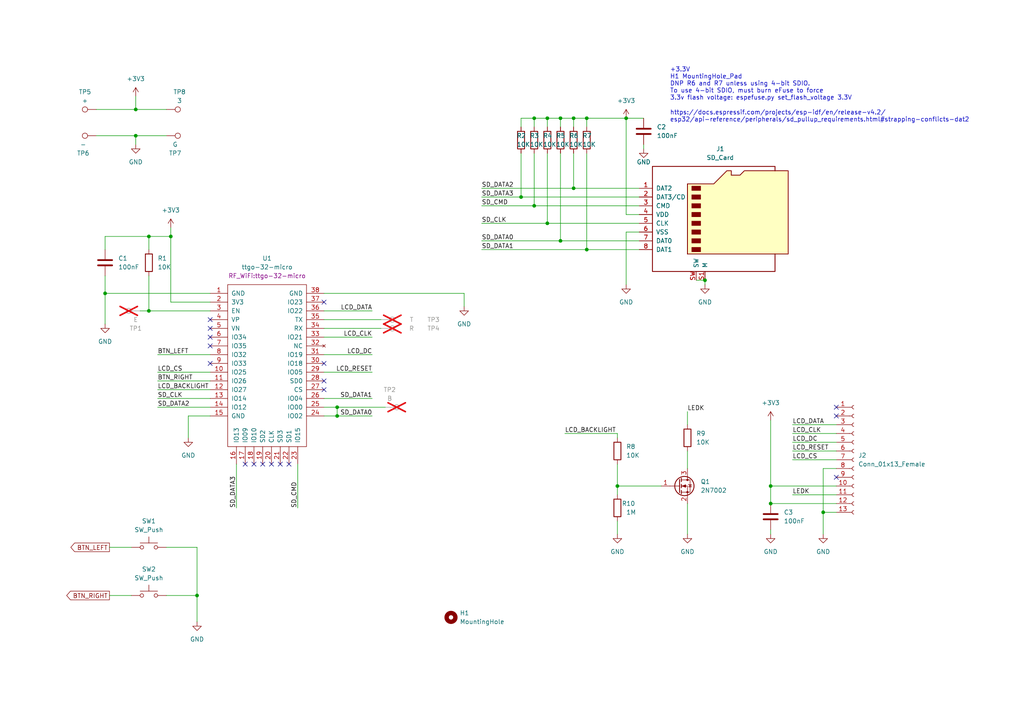
<source format=kicad_sch>
(kicad_sch (version 20230121) (generator eeschema)
  (paper "A4")
  (lib_symbols
    (symbol "Connector:Conn_01x13_Female" (pin_names (offset 1.016) hide)
      (property "Reference" "J" (at 0 17.78 0))
      (property "Value" "Conn_01x13_Female" (at 0 -17.78 0))
      (symbol "Conn_01x13_Female_1_1"
        (arc (start 0 -14.732) (mid -0.5058 -15.24) (end 0 -15.748) (stroke (width 0.1524)))
        (arc (start 0 -12.192) (mid -0.5058 -12.7) (end 0 -13.208) (stroke (width 0.1524)))
        (arc (start 0 -9.652) (mid -0.5058 -10.16) (end 0 -10.668) (stroke (width 0.1524)))
        (arc (start 0 -7.112) (mid -0.5058 -7.62) (end 0 -8.128) (stroke (width 0.1524)))
        (arc (start 0 -4.572) (mid -0.5058 -5.08) (end 0 -5.588) (stroke (width 0.1524)))
        (arc (start 0 -2.032) (mid -0.5058 -2.54) (end 0 -3.048) (stroke (width 0.1524)))
        (polyline (pts (xy -1.27 -15.24) (xy -0.508 -15.24)) (stroke (width 0.1524)))
        (polyline (pts (xy -1.27 -12.7) (xy -0.508 -12.7)) (stroke (width 0.1524)))
        (polyline (pts (xy -1.27 -10.16) (xy -0.508 -10.16)) (stroke (width 0.1524)))
        (polyline (pts (xy -1.27 -7.62) (xy -0.508 -7.62)) (stroke (width 0.1524)))
        (polyline (pts (xy -1.27 -5.08) (xy -0.508 -5.08)) (stroke (width 0.1524)))
        (polyline (pts (xy -1.27 -2.54) (xy -0.508 -2.54)) (stroke (width 0.1524)))
        (polyline (pts (xy -1.27 0) (xy -0.508 0)) (stroke (width 0.1524)))
        (polyline (pts (xy -1.27 2.54) (xy -0.508 2.54)) (stroke (width 0.1524)))
        (polyline (pts (xy -1.27 5.08) (xy -0.508 5.08)) (stroke (width 0.1524)))
        (polyline (pts (xy -1.27 7.62) (xy -0.508 7.62)) (stroke (width 0.1524)))
        (polyline (pts (xy -1.27 10.16) (xy -0.508 10.16)) (stroke (width 0.1524)))
        (polyline (pts (xy -1.27 12.7) (xy -0.508 12.7)) (stroke (width 0.1524)))
        (polyline (pts (xy -1.27 15.24) (xy -0.508 15.24)) (stroke (width 0.1524)))
        (arc (start 0 0.508) (mid -0.5058 0) (end 0 -0.508) (stroke (width 0.1524)))
        (arc (start 0 3.048) (mid -0.5058 2.54) (end 0 2.032) (stroke (width 0.1524)))
        (arc (start 0 5.588) (mid -0.5058 5.08) (end 0 4.572) (stroke (width 0.1524)))
        (arc (start 0 8.128) (mid -0.5058 7.62) (end 0 7.112) (stroke (width 0.1524)))
        (arc (start 0 10.668) (mid -0.5058 10.16) (end 0 9.652) (stroke (width 0.1524)))
        (arc (start 0 13.208) (mid -0.5058 12.7) (end 0 12.192) (stroke (width 0.1524)))
        (arc (start 0 15.748) (mid -0.5058 15.24) (end 0 14.732) (stroke (width 0.1524)))
        (pin passive line (at -5.08 15.24 0) (length 3.81) (name "Pin_1") (number "1"))
        (pin passive line (at -5.08 -7.62 0) (length 3.81) (name "Pin_10") (number "10"))
        (pin passive line (at -5.08 -10.16 0) (length 3.81) (name "Pin_11") (number "11"))
        (pin passive line (at -5.08 -12.7 0) (length 3.81) (name "Pin_12") (number "12"))
        (pin passive line (at -5.08 -15.24 0) (length 3.81) (name "Pin_13") (number "13"))
        (pin passive line (at -5.08 12.7 0) (length 3.81) (name "Pin_2") (number "2"))
        (pin passive line (at -5.08 10.16 0) (length 3.81) (name "Pin_3") (number "3"))
        (pin passive line (at -5.08 7.62 0) (length 3.81) (name "Pin_4") (number "4"))
        (pin passive line (at -5.08 5.08 0) (length 3.81) (name "Pin_5") (number "5"))
        (pin passive line (at -5.08 2.54 0) (length 3.81) (name "Pin_6") (number "6"))
        (pin passive line (at -5.08 0 0) (length 3.81) (name "Pin_7") (number "7"))
        (pin passive line (at -5.08 -2.54 0) (length 3.81) (name "Pin_8") (number "8"))
        (pin passive line (at -5.08 -5.08 0) (length 3.81) (name "Pin_9") (number "9"))
      )
    )
    (symbol "Connector:Micro_SD_Card" (pin_names (offset 1.016))
      (property "Reference" "J" (at -16.51 15.24 0))
      (property "Value" "Micro_SD_Card" (at 16.51 15.24 0))
      (symbol "Micro_SD_Card_0_1"
        (rectangle (start -7.62 -9.525) (end -5.08 -10.795) (fill (type outline)))
        (rectangle (start -7.62 -6.985) (end -5.08 -8.255) (fill (type outline)))
        (rectangle (start -7.62 -4.445) (end -5.08 -5.715) (fill (type outline)))
        (rectangle (start -7.62 -1.905) (end -5.08 -3.175) (fill (type outline)))
        (rectangle (start -7.62 0.635) (end -5.08 -0.635) (fill (type outline)))
        (rectangle (start -7.62 3.175) (end -5.08 1.905) (fill (type outline)))
        (rectangle (start -7.62 5.715) (end -5.08 4.445) (fill (type outline)))
        (rectangle (start -7.62 8.255) (end -5.08 6.985) (fill (type outline)))
        (polyline (pts (xy 16.51 12.7) (xy 16.51 13.97) (xy -19.05 13.97) (xy -19.05 -16.51) (xy 16.51 -16.51) (xy 16.51 -11.43)) (stroke (width 0.254)))
        (polyline (pts (xy -8.89 -11.43) (xy -8.89 8.89) (xy -1.27 8.89) (xy 2.54 12.7) (xy 3.81 12.7) (xy 3.81 11.43) (xy 6.35 11.43) (xy 7.62 12.7) (xy 20.32 12.7) (xy 20.32 -11.43) (xy -8.89 -11.43)) (stroke (width 0.254)) (fill (type background)))
      )
      (symbol "Micro_SD_Card_1_1"
        (pin bidirectional line (at -22.86 7.62 0) (length 3.81) (name "DAT2") (number "1"))
        (pin bidirectional line (at -22.86 5.08 0) (length 3.81) (name "DAT3/CD") (number "2"))
        (pin input line (at -22.86 2.54 0) (length 3.81) (name "CMD") (number "3"))
        (pin power_in line (at -22.86 0 0) (length 3.81) (name "VDD") (number "4"))
        (pin input line (at -22.86 -2.54 0) (length 3.81) (name "CLK") (number "5"))
        (pin power_in line (at -22.86 -5.08 0) (length 3.81) (name "VSS") (number "6"))
        (pin bidirectional line (at -22.86 -7.62 0) (length 3.81) (name "DAT0") (number "7"))
        (pin bidirectional line (at -22.86 -10.16 0) (length 3.81) (name "DAT1") (number "8"))
        (pin passive line (at -3.81 -19.05 90) (length 2.54) (name "M") (number "S1"))
        (pin passive line (at -3.81 -19.05 90) (length 2.54) hide (name "M") (number "S2"))
        (pin passive line (at -3.81 -19.05 90) (length 2.54) hide (name "M") (number "S3"))
        (pin passive line (at -3.81 -19.05 90) (length 2.54) hide (name "M") (number "S4"))
        (pin passive line (at -6.35 -19.05 90) (length 2.54) (name "SW") (number "SW"))
      )
    )
    (symbol "Connector:TestPoint" (pin_numbers hide) (pin_names (offset 0.762) hide)
      (property "Reference" "TP" (at 0 6.858 0))
      (property "Value" "TestPoint" (at 0 5.08 0))
      (symbol "TestPoint_0_1"
        (circle (center 0 3.302) (radius 0.762))
      )
      (symbol "TestPoint_1_1"
        (pin passive line (at 0 0 90) (length 2.54) (name "1") (number "1"))
      )
    )
    (symbol "Device:C" (pin_numbers hide) (pin_names (offset 0.254))
      (property "Reference" "C" (at 0.635 2.54 0))
      (property "Value" "C" (at 0.635 -2.54 0))
      (symbol "C_0_1"
        (polyline (pts (xy -2.032 -0.762) (xy 2.032 -0.762)) (stroke (width 0.508)))
        (polyline (pts (xy -2.032 0.762) (xy 2.032 0.762)) (stroke (width 0.508)))
      )
      (symbol "C_1_1"
        (pin passive line (at 0 3.81 270) (length 2.794) (name "~") (number "1"))
        (pin passive line (at 0 -3.81 90) (length 2.794) (name "~") (number "2"))
      )
    )
    (symbol "Device:R" (pin_numbers hide) (pin_names (offset 0))
      (property "Reference" "R" (at 2.032 0 90))
      (property "Value" "R" (at 0 0 90))
      (symbol "R_0_1"
        (rectangle (start -1.016 -2.54) (end 1.016 2.54) (stroke (width 0.254)))
      )
      (symbol "R_1_1"
        (pin passive line (at 0 3.81 270) (length 1.27) (name "~") (number "1"))
        (pin passive line (at 0 -3.81 90) (length 1.27) (name "~") (number "2"))
      )
    )
    (symbol "MCU_Module:ttgo-32-micro" (pin_names (offset 1.016))
      (property "Reference" "U" (at 1.27 1.27 0))
      (property "Value" "ttgo-32-micro" (at 0 21.59 0))
      (property "Footprint" "RF_WiFi:ttgo-32-micro" (at -10.16 15.24 0))
      (symbol "ttgo-32-micro_0_1"
        (rectangle (start -11.43 20.32) (end 11.43 -26.67))
      )
      (symbol "ttgo-32-micro_1_1"
        (pin power_in line (at -16.51 17.78 0) (length 5.08) (name "GND") (number "1"))
        (pin bidirectional line (at -16.51 -5.08 0) (length 5.08) (name "IO25") (number "10"))
        (pin bidirectional line (at -16.51 -7.62 0) (length 5.08) (name "IO26") (number "11"))
        (pin bidirectional line (at -16.51 -10.16 0) (length 5.08) (name "IO27") (number "12"))
        (pin bidirectional line (at -16.51 -12.7 0) (length 5.08) (name "IO14") (number "13"))
        (pin bidirectional line (at -16.51 -15.24 0) (length 5.08) (name "IO12") (number "14"))
        (pin power_in line (at -16.51 -17.78 0) (length 5.08) (name "GND") (number "15"))
        (pin bidirectional line (at -8.89 -31.75 90) (length 5.08) (name "IO13") (number "16"))
        (pin bidirectional line (at -6.35 -31.75 90) (length 5.08) (name "IO09") (number "17"))
        (pin bidirectional line (at -3.81 -31.75 90) (length 5.08) (name "IO10") (number "18"))
        (pin bidirectional line (at -1.27 -31.75 90) (length 5.08) (name "SD2") (number "19"))
        (pin power_in line (at -16.51 15.24 0) (length 5.08) (name "3V3") (number "2"))
        (pin bidirectional line (at 1.27 -31.75 90) (length 5.08) (name "CLK") (number "20"))
        (pin bidirectional line (at 3.81 -31.75 90) (length 5.08) (name "SD3") (number "21"))
        (pin bidirectional line (at 6.35 -31.75 90) (length 5.08) (name "SD1") (number "22"))
        (pin bidirectional line (at 8.89 -31.75 90) (length 5.08) (name "IO15") (number "23"))
        (pin bidirectional line (at 16.51 -17.78 180) (length 5.08) (name "IO02") (number "24"))
        (pin bidirectional line (at 16.51 -15.24 180) (length 5.08) (name "IO00") (number "25"))
        (pin bidirectional line (at 16.51 -12.7 180) (length 5.08) (name "IO04") (number "26"))
        (pin bidirectional line (at 16.51 -10.16 180) (length 5.08) (name "CS") (number "27"))
        (pin bidirectional line (at 16.51 -7.62 180) (length 5.08) (name "SD0") (number "28"))
        (pin bidirectional line (at 16.51 -5.08 180) (length 5.08) (name "IO05") (number "29"))
        (pin input line (at -16.51 12.7 0) (length 5.08) (name "EN") (number "3"))
        (pin bidirectional line (at 16.51 -2.54 180) (length 5.08) (name "IO18") (number "30"))
        (pin bidirectional line (at 16.51 0 180) (length 5.08) (name "IO19") (number "31"))
        (pin no_connect line (at 16.51 2.54 180) (length 5.08) (name "NC") (number "32"))
        (pin bidirectional line (at 16.51 5.08 180) (length 5.08) (name "IO21") (number "33"))
        (pin bidirectional line (at 16.51 7.62 180) (length 5.08) (name "RX") (number "34"))
        (pin bidirectional line (at 16.51 10.16 180) (length 5.08) (name "TX") (number "35"))
        (pin bidirectional line (at 16.51 12.7 180) (length 5.08) (name "IO22") (number "36"))
        (pin bidirectional line (at 16.51 15.24 180) (length 5.08) (name "IO23") (number "37"))
        (pin power_in line (at 16.51 17.78 180) (length 5.08) (name "GND") (number "38"))
        (pin bidirectional line (at -16.51 10.16 0) (length 5.08) (name "VP") (number "4"))
        (pin bidirectional line (at -16.51 7.62 0) (length 5.08) (name "VN") (number "5"))
        (pin bidirectional line (at -16.51 5.08 0) (length 5.08) (name "IO34") (number "6"))
        (pin bidirectional line (at -16.51 2.54 0) (length 5.08) (name "IO35") (number "7"))
        (pin bidirectional line (at -16.51 0 0) (length 5.08) (name "IO32") (number "8"))
        (pin bidirectional line (at -16.51 -2.54 0) (length 5.08) (name "IO33") (number "9"))
      )
    )
    (symbol "Mechanical:MountingHole" (pin_names (offset 1.016))
      (property "Reference" "H" (at 0 5.08 0))
      (property "Value" "MountingHole" (at 0 3.175 0))
      (symbol "MountingHole_0_1"
        (circle (center 0 0) (radius 1.27) (stroke (width 1.27)))
      )
    )
    (symbol "Switch:SW_Push" (pin_numbers hide) (pin_names (offset 1.016) hide)
      (property "Reference" "SW" (at 1.27 2.54 0))
      (property "Value" "SW_Push" (at 0 -1.524 0))
      (symbol "SW_Push_0_1"
        (circle (center -2.032 0) (radius 0.508))
        (polyline (pts (xy 0 1.27) (xy 0 3.048)))
        (polyline (pts (xy 2.54 1.27) (xy -2.54 1.27)))
        (circle (center 2.032 0) (radius 0.508))
        (pin passive line (at -5.08 0 0) (length 2.54) (name "1") (number "1"))
        (pin passive line (at 5.08 0 180) (length 2.54) (name "2") (number "2"))
      )
    )
    (symbol "Transistor_FET:2N7002" (pin_names hide)
      (property "Reference" "Q" (at 5.08 1.905 0))
      (property "Value" "2N7002" (at 5.08 0 0))
      (symbol "2N7002_0_1"
        (polyline (pts (xy 0.254 0) (xy -2.54 0)))
        (polyline (pts (xy 0.254 1.905) (xy 0.254 -1.905)) (stroke (width 0.254)))
        (polyline (pts (xy 0.762 -1.27) (xy 0.762 -2.286)) (stroke (width 0.254)))
        (polyline (pts (xy 0.762 0.508) (xy 0.762 -0.508)) (stroke (width 0.254)))
        (polyline (pts (xy 0.762 2.286) (xy 0.762 1.27)) (stroke (width 0.254)))
        (polyline (pts (xy 2.54 2.54) (xy 2.54 1.778)))
        (polyline (pts (xy 2.54 -2.54) (xy 2.54 0) (xy 0.762 0)))
        (polyline (pts (xy 0.762 -1.778) (xy 3.302 -1.778) (xy 3.302 1.778) (xy 0.762 1.778)))
        (polyline (pts (xy 1.016 0) (xy 2.032 0.381) (xy 2.032 -0.381) (xy 1.016 0)) (fill (type outline)))
        (polyline (pts (xy 2.794 0.508) (xy 2.921 0.381) (xy 3.683 0.381) (xy 3.81 0.254)))
        (polyline (pts (xy 3.302 0.381) (xy 2.921 -0.254) (xy 3.683 -0.254) (xy 3.302 0.381)))
        (circle (center 1.651 0) (radius 2.794) (stroke (width 0.254)))
        (circle (center 2.54 -1.778) (radius 0.254) (fill (type outline)))
        (circle (center 2.54 1.778) (radius 0.254) (fill (type outline)))
      )
      (symbol "2N7002_1_1"
        (pin input line (at -5.08 0 0) (length 2.54) (name "G") (number "1"))
        (pin passive line (at 2.54 -5.08 90) (length 2.54) (name "S") (number "2"))
        (pin passive line (at 2.54 5.08 270) (length 2.54) (name "D") (number "3"))
      )
    )
    (symbol "power:+3V3" (power) (pin_names (offset 0))
      (property "Value" "+3V3" (at 0 3.556 0))
      (symbol "+3V3_0_1"
        (polyline (pts (xy -0.762 1.27) (xy 0 2.54)))
        (polyline (pts (xy 0 0) (xy 0 2.54)))
        (polyline (pts (xy 0 2.54) (xy 0.762 1.27)))
      )
      (symbol "+3V3_1_1"
        (pin power_in line (at 0 0 90) (length 0) hide (name "+3V3") (number "1"))
      )
    )
    (symbol "power:GND" (power) (pin_names (offset 0))
      (property "Value" "GND" (at 0 -3.81 0))
      (symbol "GND_0_1"
        (polyline (pts (xy 0 0) (xy 0 -1.27) (xy 1.27 -1.27) (xy 0 -2.54) (xy -1.27 -1.27) (xy 0 -1.27)))
      )
      (symbol "GND_1_1"
        (pin power_in line (at 0 0 270) (length 0) hide (name "GND") (number "1"))
      )
    )
  )
  (junction (at 30.48 85.09))
  (junction (at 223.52 140.97))
  (junction (at 170.18 34.29))
  (junction (at 162.56 69.85))
  (junction (at 57.15 172.72))
  (junction (at 223.52 146.05))
  (junction (at 154.94 59.69))
  (junction (at 158.75 64.77))
  (junction (at 97.79 118.11))
  (junction (at 166.37 54.61))
  (junction (at 49.53 68.58))
  (junction (at 158.75 34.29))
  (junction (at 39.37 31.75))
  (junction (at 179.07 140.97))
  (junction (at 97.79 120.65))
  (junction (at 39.37 39.37))
  (junction (at 166.37 34.29))
  (junction (at 238.76 148.59))
  (junction (at 181.61 34.29))
  (junction (at 204.47 81.28))
  (junction (at 43.18 68.58))
  (junction (at 162.56 34.29))
  (junction (at 43.18 90.17))
  (junction (at 151.13 57.15))
  (junction (at 170.18 72.39))
  (junction (at 154.94 34.29))
  (no_connect (at 242.57 118.11))
  (no_connect (at 76.2 134.62))
  (no_connect (at 242.57 138.43))
  (no_connect (at 60.96 92.71))
  (no_connect (at 71.12 134.62))
  (no_connect (at 60.96 105.41))
  (no_connect (at 83.82 134.62))
  (no_connect (at 60.96 95.25))
  (no_connect (at 73.66 134.62))
  (no_connect (at 242.57 120.65))
  (no_connect (at 93.98 87.63))
  (no_connect (at 93.98 113.03))
  (no_connect (at 93.98 105.41))
  (no_connect (at 60.96 100.33))
  (no_connect (at 93.98 110.49))
  (no_connect (at 78.74 134.62))
  (no_connect (at 81.28 134.62))
  (no_connect (at 60.96 97.79))
  (wire (pts (xy 229.87 130.81) (xy 242.57 130.81)))
  (wire (pts (xy 201.93 81.28) (xy 204.47 81.28)))
  (wire (pts (xy 139.7 72.39) (xy 170.18 72.39)))
  (wire (pts (xy 43.18 72.39) (xy 43.18 68.58)))
  (wire (pts (xy 151.13 57.15) (xy 185.42 57.15)))
  (wire (pts (xy 223.52 140.97) (xy 242.57 140.97)))
  (wire (pts (xy 158.75 34.29) (xy 162.56 34.29)))
  (wire (pts (xy 185.42 67.31) (xy 181.61 67.31)))
  (wire (pts (xy 181.61 62.23) (xy 185.42 62.23)))
  (wire (pts (xy 162.56 44.45) (xy 162.56 69.85)))
  (wire (pts (xy 181.61 67.31) (xy 181.61 82.55)))
  (wire (pts (xy 238.76 148.59) (xy 242.57 148.59)))
  (wire (pts (xy 57.15 158.75) (xy 57.15 172.72)))
  (wire (pts (xy 166.37 44.45) (xy 166.37 54.61)))
  (wire (pts (xy 93.98 102.87) (xy 107.95 102.87)))
  (wire (pts (xy 45.72 113.03) (xy 60.96 113.03)))
  (wire (pts (xy 30.48 85.09) (xy 30.48 80.01)))
  (wire (pts (xy 179.07 151.13) (xy 179.07 154.94)))
  (wire (pts (xy 186.69 34.29) (xy 181.61 34.29)))
  (wire (pts (xy 170.18 34.29) (xy 170.18 36.83)))
  (wire (pts (xy 93.98 92.71) (xy 110.49 92.71)))
  (wire (pts (xy 158.75 34.29) (xy 158.75 36.83)))
  (wire (pts (xy 229.87 128.27) (xy 242.57 128.27)))
  (wire (pts (xy 154.94 59.69) (xy 185.42 59.69)))
  (wire (pts (xy 27.94 39.37) (xy 39.37 39.37)))
  (wire (pts (xy 162.56 34.29) (xy 162.56 36.83)))
  (wire (pts (xy 30.48 68.58) (xy 43.18 68.58)))
  (wire (pts (xy 154.94 44.45) (xy 154.94 59.69)))
  (wire (pts (xy 49.53 87.63) (xy 60.96 87.63)))
  (wire (pts (xy 139.7 69.85) (xy 162.56 69.85)))
  (wire (pts (xy 43.18 80.01) (xy 43.18 90.17)))
  (wire (pts (xy 139.7 57.15) (xy 151.13 57.15)))
  (wire (pts (xy 43.18 68.58) (xy 49.53 68.58)))
  (wire (pts (xy 31.75 172.72) (xy 38.1 172.72)))
  (wire (pts (xy 86.36 134.62) (xy 86.36 147.32)))
  (wire (pts (xy 170.18 44.45) (xy 170.18 72.39)))
  (wire (pts (xy 30.48 93.98) (xy 30.48 85.09)))
  (wire (pts (xy 162.56 69.85) (xy 185.42 69.85)))
  (wire (pts (xy 179.07 125.73) (xy 179.07 127)))
  (wire (pts (xy 45.72 110.49) (xy 60.96 110.49)))
  (wire (pts (xy 27.94 31.75) (xy 39.37 31.75)))
  (wire (pts (xy 48.26 158.75) (xy 57.15 158.75)))
  (wire (pts (xy 43.18 90.17) (xy 60.96 90.17)))
  (wire (pts (xy 45.72 118.11) (xy 60.96 118.11)))
  (wire (pts (xy 45.72 107.95) (xy 60.96 107.95)))
  (wire (pts (xy 199.39 130.81) (xy 199.39 135.89)))
  (wire (pts (xy 39.37 27.94) (xy 39.37 31.75)))
  (wire (pts (xy 229.87 133.35) (xy 242.57 133.35)))
  (wire (pts (xy 158.75 44.45) (xy 158.75 64.77)))
  (wire (pts (xy 93.98 95.25) (xy 110.49 95.25)))
  (wire (pts (xy 45.72 115.57) (xy 60.96 115.57)))
  (wire (pts (xy 134.62 85.09) (xy 93.98 85.09)))
  (wire (pts (xy 40.64 90.17) (xy 43.18 90.17)))
  (wire (pts (xy 49.53 68.58) (xy 49.53 87.63)))
  (wire (pts (xy 93.98 90.17) (xy 107.95 90.17)))
  (wire (pts (xy 93.98 118.11) (xy 97.79 118.11)))
  (wire (pts (xy 39.37 39.37) (xy 48.26 39.37)))
  (wire (pts (xy 49.53 66.04) (xy 49.53 68.58)))
  (wire (pts (xy 229.87 143.51) (xy 242.57 143.51)))
  (wire (pts (xy 166.37 34.29) (xy 166.37 36.83)))
  (wire (pts (xy 223.52 153.67) (xy 223.52 154.94)))
  (wire (pts (xy 163.83 125.73) (xy 179.07 125.73)))
  (wire (pts (xy 179.07 140.97) (xy 179.07 143.51)))
  (wire (pts (xy 31.75 158.75) (xy 38.1 158.75)))
  (wire (pts (xy 229.87 125.73) (xy 242.57 125.73)))
  (wire (pts (xy 154.94 34.29) (xy 158.75 34.29)))
  (wire (pts (xy 68.58 134.62) (xy 68.58 147.32)))
  (wire (pts (xy 199.39 119.38) (xy 199.39 123.19)))
  (wire (pts (xy 39.37 31.75) (xy 48.26 31.75)))
  (wire (pts (xy 151.13 34.29) (xy 154.94 34.29)))
  (wire (pts (xy 139.7 64.77) (xy 158.75 64.77)))
  (wire (pts (xy 57.15 172.72) (xy 48.26 172.72)))
  (wire (pts (xy 238.76 148.59) (xy 238.76 154.94)))
  (wire (pts (xy 204.47 81.28) (xy 204.47 82.55)))
  (wire (pts (xy 151.13 36.83) (xy 151.13 34.29)))
  (wire (pts (xy 39.37 39.37) (xy 39.37 41.91)))
  (wire (pts (xy 179.07 140.97) (xy 179.07 134.62)))
  (wire (pts (xy 181.61 34.29) (xy 181.61 62.23)))
  (wire (pts (xy 93.98 115.57) (xy 107.95 115.57)))
  (wire (pts (xy 242.57 146.05) (xy 223.52 146.05)))
  (wire (pts (xy 166.37 54.61) (xy 185.42 54.61)))
  (wire (pts (xy 93.98 107.95) (xy 107.95 107.95)))
  (wire (pts (xy 139.7 54.61) (xy 166.37 54.61)))
  (wire (pts (xy 97.79 120.65) (xy 107.95 120.65)))
  (wire (pts (xy 54.61 127) (xy 54.61 120.65)))
  (wire (pts (xy 229.87 123.19) (xy 242.57 123.19)))
  (wire (pts (xy 242.57 135.89) (xy 238.76 135.89)))
  (wire (pts (xy 57.15 180.34) (xy 57.15 172.72)))
  (wire (pts (xy 186.69 41.91) (xy 186.69 43.18)))
  (wire (pts (xy 166.37 34.29) (xy 170.18 34.29)))
  (wire (pts (xy 151.13 44.45) (xy 151.13 57.15)))
  (wire (pts (xy 223.52 121.92) (xy 223.52 140.97)))
  (wire (pts (xy 154.94 34.29) (xy 154.94 36.83)))
  (wire (pts (xy 158.75 64.77) (xy 185.42 64.77)))
  (wire (pts (xy 238.76 135.89) (xy 238.76 148.59)))
  (wire (pts (xy 54.61 120.65) (xy 60.96 120.65)))
  (wire (pts (xy 139.7 59.69) (xy 154.94 59.69)))
  (wire (pts (xy 170.18 72.39) (xy 185.42 72.39)))
  (wire (pts (xy 199.39 146.05) (xy 199.39 154.94)))
  (wire (pts (xy 170.18 34.29) (xy 181.61 34.29)))
  (wire (pts (xy 162.56 34.29) (xy 166.37 34.29)))
  (wire (pts (xy 134.62 88.9) (xy 134.62 85.09)))
  (wire (pts (xy 97.79 118.11) (xy 97.79 120.65)))
  (wire (pts (xy 30.48 85.09) (xy 60.96 85.09)))
  (wire (pts (xy 223.52 146.05) (xy 223.52 140.97)))
  (wire (pts (xy 45.72 102.87) (xy 60.96 102.87)))
  (wire (pts (xy 97.79 118.11) (xy 111.76 118.11)))
  (wire (pts (xy 30.48 72.39) (xy 30.48 68.58)))
  (wire (pts (xy 191.77 140.97) (xy 179.07 140.97)))
  (wire (pts (xy 93.98 120.65) (xy 97.79 120.65)))
  (wire (pts (xy 93.98 97.79) (xy 107.95 97.79)))
  (text "\nhttps://docs.espressif.com/projects/esp-idf/en/release-v4.2/ \nesp32/api-reference/peripherals/sd_pullup_requirements.html#strapping-conflicts-dat2" (at 194.31 35.56 0) (effects (font (size 1.27 1.27)) (justify left bottom)))
  (text "+3.3V\nH1 MountingHole_Pad\nDNP R6 and R7 unless using 4-bit SDIO.\nTo use 4-bit SDIO, must burn eFuse to force\n3.3v flash voltage: espefuse.py set_flash_voltage 3.3V" (at 194.31 29.21 0) (effects (font (size 1.27 1.27)) (justify left bottom)))
  (label "LCD_DC" (at 229.87 128.27 0))
  (label "SD_DATA0" (at 139.7 69.85 0))
  (label "LCD_RESET" (at 107.95 107.95 180))
  (label "LCD_RESET" (at 229.87 130.81 0))
  (label "BTN_LEFT" (at 45.72 102.87 0))
  (label "SD_CMD" (at 86.36 147.32 90))
  (label "SD_CLK" (at 45.72 115.57 0))
  (label "SD_DATA2" (at 139.7 54.61 0))
  (label "SD_CMD" (at 139.7 59.69 0))
  (label "SD_CLK" (at 139.7 64.77 0))
  (label "SD_DATA1" (at 139.7 72.39 0))
  (label "SD_DATA0" (at 107.95 120.65 180))
  (label "SD_DATA3" (at 68.58 147.32 90))
  (label "LCD_CLK" (at 107.95 97.79 180))
  (label "SD_DATA3" (at 139.7 57.15 0))
  (label "LCD_CLK" (at 229.87 125.73 0))
  (label "LCD_DATA" (at 229.87 123.19 0))
  (label "LCD_CS" (at 229.87 133.35 0))
  (label "LCD_DC" (at 107.95 102.87 180))
  (label "LCD_BACKLIGHT" (at 163.83 125.73 0))
  (label "LCD_CS" (at 45.72 107.95 0))
  (label "SD_DATA2" (at 45.72 118.11 0))
  (label "BTN_RIGHT" (at 45.72 110.49 0))
  (label "SD_DATA1" (at 107.95 115.57 180))
  (label "LCD_BACKLIGHT" (at 45.72 113.03 0))
  (label "LEDK" (at 229.87 143.51 0))
  (label "LEDK" (at 199.39 119.38 0))
  (label "LCD_DATA" (at 107.95 90.17 180))
  (global_label "BTN_LEFT" (shape output) (at 31.75 158.75 180) (property "Intersheetrefs" "${INTERSHEET_REFS}" (effects hide)))
  (global_label "BTN_RIGHT" (shape output) (at 31.75 172.72 180) (property "Intersheetrefs" "${INTERSHEET_REFS}" (effects hide)))
  (symbol (lib_id "Connector:TestPoint") (at 48.26 31.75 270) (unit 1)
    (property "Reference" "TP8" (at 52.07 26.67 90))
    (property "Value" "3" (at 52.07 29.21 90))
    (property "Footprint" "TestPoint:TestPoint_Pad_D1.0mm" (effects hide))
  )
  (symbol (lib_id "Switch:SW_Push") (at 43.18 158.75 0) (unit 1)
    (property "Reference" "SW1" (at 43.18 151.13 0))
    (property "Value" "SW_Push" (at 43.18 153.67 0))
    (property "Footprint" "Button_Switch_SMD:SW_SPST_E-switch_ETL3780AF240QG" (effects hide))
  )
  (symbol (lib_id "power:+3V3") (at 39.37 27.94 0) (unit 1)
    (property "Reference" "#PWR015" (effects hide))
    (property "Value" "+3V3" (at 39.37 22.86 0))
  )
  (symbol (lib_id "Connector:TestPoint") (at 40.64 90.17 90) (unit 1) (dnp yes)
    (property "Reference" "TP1" (at 39.37 95.25 90))
    (property "Value" "E" (at 39.37 92.71 90))
    (property "Footprint" "TestPoint:TestPoint_Pad_D1.0mm" (effects hide))
  )
  (symbol (lib_id "power:+3V3") (at 223.52 121.92 0) (unit 1)
    (property "Reference" "#PWR013" (effects hide))
    (property "Value" "+3V3" (at 223.52 116.84 0))
  )
  (symbol (lib_id "Device:R") (at 43.18 76.2 0) (unit 1)
    (property "Reference" "R1" (at 45.72 74.93 0) (effects (justify left)))
    (property "Value" "10K" (at 45.72 77.47 0) (effects (justify left)))
    (property "Footprint" "Resistor_SMD:R_0402_1005Metric" (effects hide))
  )
  (symbol (lib_id "power:GND") (at 39.37 41.91 0) (unit 1)
    (property "Reference" "#PWR016" (effects hide))
    (property "Value" "GND" (at 39.37 46.99 0))
  )
  (symbol (lib_id "Connector:TestPoint") (at 110.49 95.25 270) (unit 1) (dnp yes)
    (property "Reference" "TP4" (at 125.73 95.25 90))
    (property "Value" "R" (at 119.38 95.25 90))
    (property "Footprint" "TestPoint:TestPoint_Pad_D1.0mm" (effects hide))
  )
  (symbol (lib_id "Connector:TestPoint") (at 27.94 31.75 90) (unit 1)
    (property "Reference" "TP5" (at 24.638 26.67 90))
    (property "Value" "+" (at 24.638 29.21 90))
    (property "Footprint" "TestPoint:TestPoint_Pad_D2.0mm" (effects hide))
  )
  (symbol (lib_id "power:GND") (at 199.39 154.94 0) (unit 1)
    (property "Reference" "#PWR09" (effects hide))
    (property "Value" "GND" (at 199.39 160.02 0))
  )
  (symbol (lib_id "Connector:Micro_SD_Card") (at 208.28 62.23 0) (unit 1)
    (property "Reference" "J1" (at 208.915 43.18 0))
    (property "Value" "SD_Card" (at 208.915 45.72 0))
    (property "Footprint" "Connector_Card:microSD_HC_Molex_47352-1001" (effects hide))
    (property "Datasheet" "http://katalog.we-online.de/em/datasheet/693072010801.pdf" (effects hide))
  )
  (symbol (lib_id "power:GND") (at 134.62 88.9 0) (unit 1)
    (property "Reference" "#PWR05" (effects hide))
    (property "Value" "GND" (at 134.62 93.98 0))
  )
  (symbol (lib_id "Connector:Conn_01x13_Female") (at 247.65 133.35 0) (unit 1)
    (property "Reference" "J2" (at 248.92 132.08 0) (effects (justify left)))
    (property "Value" "Conn_01x13_Female" (at 248.92 134.62 0) (effects (justify left)))
    (property "Footprint" "Display:LH114T_IG01" (effects hide))
  )
  (symbol (lib_id "Connector:TestPoint") (at 111.76 118.11 270) (unit 1) (dnp yes)
    (property "Reference" "TP2" (at 113.03 113.03 90))
    (property "Value" "B" (at 113.03 115.57 90))
    (property "Footprint" "TestPoint:TestPoint_Pad_D1.0mm" (effects hide))
  )
  (symbol (lib_id "Device:R") (at 179.07 147.32 0) (unit 1)
    (property "Reference" "R10" (at 180.34 146.05 0) (effects (justify left)))
    (property "Value" "1M" (at 181.61 148.59 0) (effects (justify left)))
    (property "Footprint" "Resistor_SMD:R_0402_1005Metric" (effects hide))
  )
  (symbol (lib_id "power:GND") (at 238.76 154.94 0) (unit 1)
    (property "Reference" "#PWR012" (effects hide))
    (property "Value" "GND" (at 238.76 160.02 0))
  )
  (symbol (lib_id "Device:R") (at 158.75 40.64 0) (unit 1)
    (property "Reference" "R4" (at 157.48 39.37 0) (effects (justify left)))
    (property "Value" "10K" (at 157.48 41.91 0) (effects (justify left)))
    (property "Footprint" "Resistor_SMD:R_0402_1005Metric" (effects hide))
  )
  (symbol (lib_id "Connector:TestPoint") (at 48.26 39.37 270) (unit 1)
    (property "Reference" "TP7" (at 50.8 44.45 90))
    (property "Value" "G" (at 50.8 41.91 90))
    (property "Footprint" "TestPoint:TestPoint_Pad_D1.0mm" (effects hide))
  )
  (symbol (lib_id "power:+3V3") (at 181.61 34.29 0) (unit 1)
    (property "Reference" "#PWR07" (effects hide))
    (property "Value" "+3V3" (at 181.61 29.21 0))
  )
  (symbol (lib_id "power:+3V3") (at 49.53 66.04 0) (unit 1)
    (property "Reference" "#PWR02" (effects hide))
    (property "Value" "+3V3" (at 49.53 60.96 0))
  )
  (symbol (lib_id "power:GND") (at 223.52 154.94 0) (unit 1)
    (property "Reference" "#PWR014" (effects hide))
    (property "Value" "GND" (at 223.52 160.02 0))
  )
  (symbol (lib_id "MCU_Module:ttgo-32-micro") (at 77.47 102.87 0) (unit 1)
    (property "Reference" "U1" (at 77.47 74.93 0))
    (property "Value" "ttgo-32-micro" (at 77.47 77.47 0))
    (property "Footprint" "RF_WiFi:ttgo-32-micro" (at 77.47 80.01 0))
  )
  (symbol (lib_id "power:GND") (at 186.69 43.18 0) (unit 1)
    (property "Reference" "#PWR011" (effects hide))
    (property "Value" "GND" (at 186.69 46.99 0))
  )
  (symbol (lib_id "Switch:SW_Push") (at 43.18 172.72 0) (unit 1)
    (property "Reference" "SW2" (at 43.18 165.1 0))
    (property "Value" "SW_Push" (at 43.18 167.64 0))
    (property "Footprint" "Button_Switch_SMD:SW_SPST_E-switch_ETL3780AF240QG" (effects hide))
  )
  (symbol (lib_id "Device:R") (at 162.56 40.64 0) (unit 1)
    (property "Reference" "R5" (at 161.29 39.37 0) (effects (justify left)))
    (property "Value" "10K" (at 161.29 41.91 0) (effects (justify left)))
    (property "Footprint" "Resistor_SMD:R_0402_1005Metric" (effects hide))
  )
  (symbol (lib_id "Device:R") (at 179.07 130.81 0) (unit 1)
    (property "Reference" "R8" (at 181.61 129.54 0) (effects (justify left)))
    (property "Value" "10K" (at 181.61 132.08 0) (effects (justify left)))
    (property "Footprint" "Resistor_SMD:R_0402_1005Metric" (effects hide))
  )
  (symbol (lib_id "Device:R") (at 154.94 40.64 0) (unit 1)
    (property "Reference" "R3" (at 153.67 39.37 0) (effects (justify left)))
    (property "Value" "10K" (at 153.67 41.91 0) (effects (justify left)))
    (property "Footprint" "Resistor_SMD:R_0402_1005Metric" (effects hide))
  )
  (symbol (lib_id "power:GND") (at 57.15 180.34 0) (unit 1)
    (property "Reference" "#PWR03" (effects hide))
    (property "Value" "GND" (at 57.15 185.42 0))
  )
  (symbol (lib_id "Device:R") (at 199.39 127 0) (unit 1)
    (property "Reference" "R9" (at 201.93 125.73 0) (effects (justify left)))
    (property "Value" "10K" (at 201.93 128.27 0) (effects (justify left)))
    (property "Footprint" "Resistor_SMD:R_0402_1005Metric" (effects hide))
  )
  (symbol (lib_id "power:GND") (at 204.47 82.55 0) (unit 1)
    (property "Reference" "#PWR017" (effects hide))
    (property "Value" "GND" (at 204.47 87.63 0))
  )
  (symbol (lib_id "power:GND") (at 179.07 154.94 0) (unit 1)
    (property "Reference" "#PWR010" (effects hide))
    (property "Value" "GND" (at 179.07 160.02 0))
  )
  (symbol (lib_id "power:GND") (at 181.61 82.55 0) (unit 1)
    (property "Reference" "#PWR06" (effects hide))
    (property "Value" "GND" (at 181.61 87.63 0))
  )
  (symbol (lib_id "Device:R") (at 166.37 40.64 0) (unit 1)
    (property "Reference" "R6" (at 165.1 39.37 0) (effects (justify left)))
    (property "Value" "10K" (at 165.1 41.91 0) (effects (justify left)))
    (property "Footprint" "Resistor_SMD:R_0402_1005Metric" (effects hide))
  )
  (symbol (lib_id "Device:R") (at 170.18 40.64 0) (unit 1)
    (property "Reference" "R7" (at 168.91 39.37 0) (effects (justify left)))
    (property "Value" "10K" (at 168.91 41.91 0) (effects (justify left)))
    (property "Footprint" "Resistor_SMD:R_0402_1005Metric" (effects hide))
  )
  (symbol (lib_id "Device:C") (at 30.48 76.2 0) (unit 1)
    (property "Reference" "C1" (at 34.29 74.93 0) (effects (justify left)))
    (property "Value" "100nF" (at 34.29 77.47 0) (effects (justify left)))
    (property "Footprint" "Capacitor_SMD:C_0402_1005Metric" (effects hide))
  )
  (symbol (lib_id "Device:C") (at 186.69 38.1 0) (unit 1)
    (property "Reference" "C2" (at 190.5 36.83 0) (effects (justify left)))
    (property "Value" "100nF" (at 190.5 39.37 0) (effects (justify left)))
    (property "Footprint" "Capacitor_SMD:C_0402_1005Metric" (effects hide))
  )
  (symbol (lib_id "Mechanical:MountingHole") (at 130.81 179.07 0) (unit 1)
    (property "Reference" "H1" (at 133.35 177.8 0) (effects (justify left)))
    (property "Value" "MountingHole" (at 133.35 180.34 0) (effects (justify left)))
    (property "Footprint" "MountingHole:MountingHole_4.3mm_M4" (effects hide))
  )
  (symbol (lib_id "Device:R") (at 151.13 40.64 0) (unit 1)
    (property "Reference" "R2" (at 149.86 39.37 0) (effects (justify left)))
    (property "Value" "10K" (at 149.86 41.91 0) (effects (justify left)))
    (property "Footprint" "Resistor_SMD:R_0402_1005Metric" (effects hide))
  )
  (symbol (lib_id "Connector:TestPoint") (at 110.49 92.71 270) (unit 1) (dnp yes)
    (property "Reference" "TP3" (at 125.73 92.71 90))
    (property "Value" "T" (at 119.38 92.71 90))
    (property "Footprint" "TestPoint:TestPoint_Pad_D1.0mm" (effects hide))
  )
  (symbol (lib_id "Connector:TestPoint") (at 27.94 39.37 90) (unit 1)
    (property "Reference" "TP6" (at 24.13 44.45 90))
    (property "Value" "-" (at 24.13 41.91 90))
    (property "Footprint" "TestPoint:TestPoint_Pad_D2.0mm" (effects hide))
  )
  (symbol (lib_id "power:GND") (at 30.48 93.98 0) (unit 1)
    (property "Reference" "#PWR01" (effects hide))
    (property "Value" "GND" (at 30.48 99.06 0))
  )
  (symbol (lib_id "Transistor_FET:2N7002") (at 196.85 140.97 0) (unit 1)
    (property "Reference" "Q1" (at 203.2 139.7 0) (effects (justify left)))
    (property "Value" "2N7002" (at 203.2 142.24 0) (effects (justify left)))
    (property "Footprint" "Package_TO_SOT_SMD:SOT-23" (effects hide))
    (property "Datasheet" "https://www.onsemi.com/pub/Collateral/NDS7002A-D.PDF" (effects hide))
  )
  (symbol (lib_id "power:GND") (at 54.61 127 0) (unit 1)
    (property "Reference" "#PWR04" (effects hide))
    (property "Value" "GND" (at 54.61 132.08 0))
  )
  (symbol (lib_id "Device:C") (at 223.52 149.86 0) (unit 1)
    (property "Reference" "C3" (at 227.33 148.59 0) (effects (justify left)))
    (property "Value" "100nF" (at 227.33 151.13 0) (effects (justify left)))
    (property "Footprint" "Capacitor_SMD:C_0402_1005Metric" (effects hide))
  )
)
</source>
